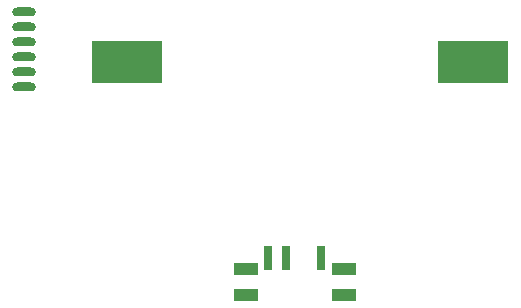
<source format=gbr>
%TF.GenerationSoftware,KiCad,Pcbnew,8.0.3*%
%TF.CreationDate,2024-08-18T16:24:04+10:00*%
%TF.ProjectId,tetris_03,74657472-6973-45f3-9033-2e6b69636164,rev?*%
%TF.SameCoordinates,Original*%
%TF.FileFunction,Paste,Bot*%
%TF.FilePolarity,Positive*%
%FSLAX46Y46*%
G04 Gerber Fmt 4.6, Leading zero omitted, Abs format (unit mm)*
G04 Created by KiCad (PCBNEW 8.0.3) date 2024-08-18 16:24:04*
%MOMM*%
%LPD*%
G01*
G04 APERTURE LIST*
%ADD10O,2.032000X0.762000*%
%ADD11R,0.700000X2.000000*%
%ADD12R,2.000000X1.000000*%
%ADD13R,6.000000X3.600000*%
G04 APERTURE END LIST*
D10*
%TO.C,J1*%
X105500000Y-49700000D03*
X105500000Y-50970000D03*
X105500000Y-52240000D03*
X105500000Y-53510000D03*
X105500000Y-54780000D03*
X105500000Y-56050000D03*
%TD*%
D11*
%TO.C,POWER*%
X126125000Y-70570000D03*
X127625000Y-70570000D03*
X130625000Y-70570000D03*
D12*
X124225000Y-71470000D03*
X124225000Y-73680000D03*
X132525000Y-71470000D03*
X132525000Y-73680000D03*
%TD*%
D13*
%TO.C,CR2032*%
X114200000Y-54000000D03*
X143500000Y-54000000D03*
%TD*%
M02*

</source>
